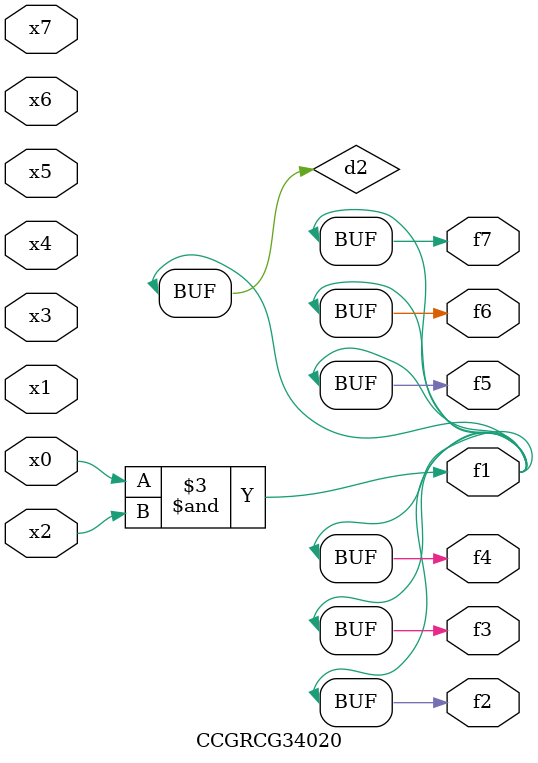
<source format=v>
module CCGRCG34020(
	input x0, x1, x2, x3, x4, x5, x6, x7,
	output f1, f2, f3, f4, f5, f6, f7
);

	wire d1, d2;

	nor (d1, x3, x6);
	and (d2, x0, x2);
	assign f1 = d2;
	assign f2 = d2;
	assign f3 = d2;
	assign f4 = d2;
	assign f5 = d2;
	assign f6 = d2;
	assign f7 = d2;
endmodule

</source>
